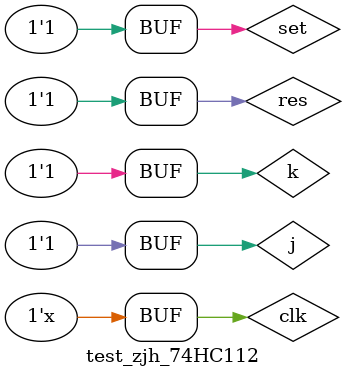
<source format=v>
`timescale 1ns / 1ns
module test_zjh_74HC161;
    reg MR,Clk,Cep,Cet,PE;
    reg[3:0]D;
    wire[3:0]Q;
    wire TC;
    zjh_74HC161 u5(MR,Clk,Cep,Cet,PE,D,Q,TC);
    initial
    begin
    Clk=0;
    repeat(100)
    #5 Clk=~Clk;
    end
    initial
    begin MR=0;
    #22 MR=1;
    end
    initial
    begin 
    PE=1;Cep=1;Cet=1;D=0;
    #58 PE=0;
    #20 PE=1;
    #50 Cep=0;
    #20 Cep=1;
    #50 Cet=0;
    #20 Cet=1;
    end
endmodule

module test_zjh_74HC194;
    reg MR_N,Clk;
    reg [1:0]S;
    reg [1:0]D;
    reg [0:3]In;
    wire [0:3]Out;
zjh_74HC194 u14(MR_N,S,D,Clk,In,Out);
    always #5 Clk=~Clk;
    task s_clock;
        begin
            D=0;
            repeat(4)
                #10 D=D+1;
        end
    endtask
    task clock;
        begin
            S=2'b11;    s_clock;
            S=2'b00;    s_clock;
            S=2'b01;    s_clock;
            S=2'b10;    s_clock;
        end
    endtask
    initial
        begin
            Clk=1;  In=4'b0110;  clock;
        end
    initial
        begin
            MR_N=1; #5 MR_N=0;  #10 MR_N=1;
        end
endmodule

module test_zjh_74HC74;
    reg Sd,Rd,Clk,D;
    wire Q;
    
    zjh_74HC74 u9(Sd,Rd,Clk,D,Q);

    initial
    begin
    Clk=0;
    repeat(100)
    #5 Clk=~Clk;
    end

    initial
    begin Sd=0;
    #22 Sd=1; 
    #20 Rd=0;
    #20 Rd=1;
    end
    
    initial
    begin
    D=0;
    #22 D=1;
    end

endmodule

module test_zjh_74HC112;
    reg set, res, clk, j, k;
    wire q, qn;
    zjh_74HC112 u13(set, res, clk, j, k, q, qn);

    always
        #5 clk = ~clk;

    task clock;
        repeat(3)
        begin
        j = 0;k = 1;#20;	 j = 1;k = 0;#20;
        j = 0;k = 0;#20;	 j = 1;k = 1;#20;
        end
    endtask

    initial
    begin
        clk = 0;
        set = 0;res = 0;clock;
        set = 0;res = 1;clock;
        set = 1;res = 0;clock;
        set = 1;res = 1;clock;
    end
endmodule


</source>
